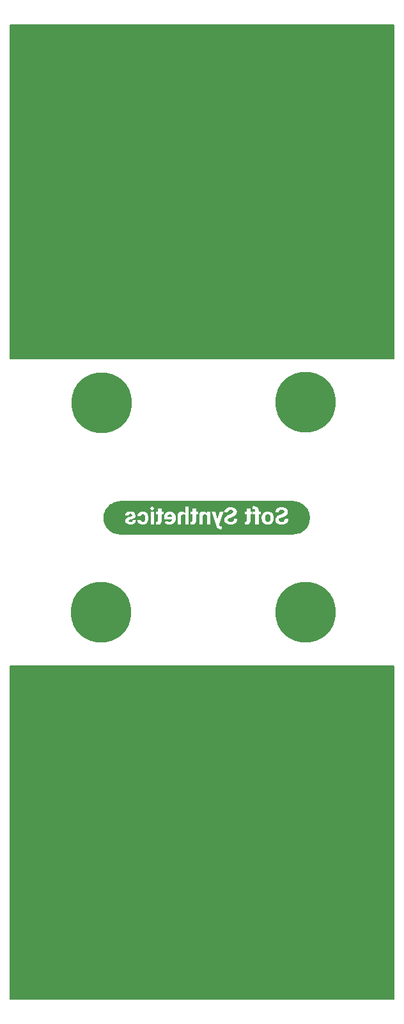
<source format=gbr>
%TF.GenerationSoftware,KiCad,Pcbnew,(6.0.8)*%
%TF.CreationDate,2023-04-30T16:13:03+01:00*%
%TF.ProjectId,Panel,50616e65-6c2e-46b6-9963-61645f706362,rev?*%
%TF.SameCoordinates,Original*%
%TF.FileFunction,Copper,L2,Bot*%
%TF.FilePolarity,Positive*%
%FSLAX46Y46*%
G04 Gerber Fmt 4.6, Leading zero omitted, Abs format (unit mm)*
G04 Created by KiCad (PCBNEW (6.0.8)) date 2023-04-30 16:13:03*
%MOMM*%
%LPD*%
G01*
G04 APERTURE LIST*
%TA.AperFunction,NonConductor*%
%ADD10C,0.150000*%
%TD*%
%TA.AperFunction,ComponentPad*%
%ADD11O,8.500000X5.000000*%
%TD*%
%TA.AperFunction,ComponentPad*%
%ADD12C,8.000000*%
%TD*%
%TA.AperFunction,ComponentPad*%
%ADD13C,7.000000*%
%TD*%
G04 APERTURE END LIST*
D10*
X161544000Y-159258000D02*
X110744000Y-159258000D01*
X110744000Y-159258000D02*
X110744000Y-115189000D01*
X110744000Y-115189000D02*
X161544000Y-115189000D01*
X161544000Y-115189000D02*
X161544000Y-159258000D01*
G36*
X161544000Y-159258000D02*
G01*
X110744000Y-159258000D01*
X110744000Y-115189000D01*
X161544000Y-115189000D01*
X161544000Y-159258000D01*
G37*
X161544000Y-74549000D02*
X110744000Y-74549000D01*
X110744000Y-74549000D02*
X110744000Y-30480000D01*
X110744000Y-30480000D02*
X161544000Y-30480000D01*
X161544000Y-30480000D02*
X161544000Y-74549000D01*
G36*
X161544000Y-74549000D02*
G01*
X110744000Y-74549000D01*
X110744000Y-30480000D01*
X161544000Y-30480000D01*
X161544000Y-74549000D01*
G37*
%TO.C,kibuzzard-644E6FAF*%
G36*
X144994003Y-95185485D02*
G01*
X145102523Y-95281409D01*
X145169961Y-95444383D01*
X145192440Y-95677509D01*
X145169961Y-95888155D01*
X145102523Y-96042603D01*
X144993227Y-96137364D01*
X144845174Y-96168952D01*
X144700222Y-96137752D01*
X144590926Y-96044153D01*
X144522326Y-95881954D01*
X144499459Y-95644953D01*
X144522326Y-95437213D01*
X144590926Y-95282184D01*
X144700997Y-95185678D01*
X144848275Y-95153510D01*
X144994003Y-95185485D01*
G37*
G36*
X125092566Y-97827473D02*
G01*
X124878315Y-97795692D01*
X124668212Y-97743063D01*
X124464278Y-97670095D01*
X124268479Y-97577489D01*
X124082700Y-97466137D01*
X123908730Y-97337112D01*
X123748244Y-97191656D01*
X123602788Y-97031170D01*
X123473762Y-96857199D01*
X123362410Y-96671420D01*
X123269804Y-96475621D01*
X123196836Y-96271687D01*
X123144208Y-96061584D01*
X123137598Y-96017023D01*
X125970358Y-96017023D01*
X126019579Y-96224568D01*
X126167245Y-96388318D01*
X126311250Y-96467125D01*
X126480748Y-96514409D01*
X126675741Y-96530170D01*
X126874760Y-96511373D01*
X127050137Y-96454981D01*
X127196058Y-96365839D01*
X127306710Y-96248792D01*
X127376473Y-96112560D01*
X127399728Y-95965863D01*
X126974947Y-95965863D01*
X126886581Y-96148798D01*
X126666439Y-96212360D01*
X126471877Y-96163526D01*
X126405990Y-96035626D01*
X126479095Y-95919354D01*
X127570260Y-95919354D01*
X127594289Y-96082717D01*
X127663277Y-96231739D01*
X127771604Y-96357700D01*
X127913650Y-96451880D01*
X128080888Y-96510597D01*
X128264791Y-96530170D01*
X128487689Y-96504762D01*
X128676825Y-96428540D01*
X128832198Y-96301502D01*
X128947609Y-96129678D01*
X129016855Y-95919096D01*
X129039938Y-95669757D01*
X129039938Y-95640302D01*
X129017028Y-95399317D01*
X128948298Y-95193128D01*
X128833749Y-95021735D01*
X128679236Y-94893405D01*
X128503698Y-94821747D01*
X129339144Y-94821747D01*
X129339144Y-96499164D01*
X129788729Y-96499164D01*
X129788729Y-96489862D01*
X130044527Y-96489862D01*
X130178240Y-96520093D01*
X130315829Y-96530170D01*
X130522599Y-96500424D01*
X130671621Y-96411185D01*
X130762894Y-96262454D01*
X130796420Y-96054230D01*
X130796420Y-95806183D01*
X131139034Y-95806183D01*
X132207186Y-95806183D01*
X132163584Y-95954236D01*
X132076186Y-96069733D01*
X131952357Y-96144147D01*
X131799459Y-96168952D01*
X131568853Y-96122055D01*
X131394833Y-95981366D01*
X131174691Y-96227863D01*
X131293288Y-96354793D01*
X131447543Y-96450330D01*
X131628927Y-96510210D01*
X131828915Y-96530170D01*
X132059650Y-96505021D01*
X132075195Y-96499164D01*
X132938924Y-96499164D01*
X133386959Y-96499164D01*
X133386959Y-95437213D01*
X133448971Y-95224048D01*
X133655160Y-95155060D01*
X133824917Y-95193042D01*
X133940414Y-95306989D01*
X133940414Y-96499164D01*
X134388448Y-96499164D01*
X134388448Y-96489862D01*
X134610140Y-96489862D01*
X134743853Y-96520093D01*
X134881442Y-96530170D01*
X135088212Y-96500424D01*
X135090316Y-96499164D01*
X135789913Y-96499164D01*
X136237948Y-96499164D01*
X136237948Y-95426361D01*
X136299960Y-95219397D01*
X136506149Y-95155060D01*
X136671642Y-95195368D01*
X136789852Y-95316291D01*
X136789852Y-96499164D01*
X137237887Y-96499164D01*
X137237887Y-94821747D01*
X137405318Y-94821747D01*
X138079696Y-96759613D01*
X138116903Y-96847980D01*
X138238859Y-97030570D01*
X138404224Y-97140124D01*
X138612997Y-97176642D01*
X138811434Y-97147187D01*
X138811434Y-96807672D01*
X138743221Y-96809223D01*
X138553310Y-96770465D01*
X138454867Y-96641791D01*
X138402157Y-96503815D01*
X138611729Y-95903852D01*
X139107540Y-95903852D01*
X139132173Y-96085150D01*
X139206070Y-96238370D01*
X139329232Y-96363513D01*
X139494080Y-96456100D01*
X139693034Y-96511653D01*
X139926095Y-96530170D01*
X140174917Y-96506334D01*
X140226878Y-96489862D01*
X141797298Y-96489862D01*
X141931011Y-96520093D01*
X142068600Y-96530170D01*
X142275370Y-96500424D01*
X142424392Y-96411185D01*
X142515665Y-96262454D01*
X142549191Y-96054230D01*
X142549191Y-95150409D01*
X142794137Y-95150409D01*
X142794137Y-94821747D01*
X142549191Y-94821747D01*
X142549191Y-94409369D01*
X142101156Y-94409369D01*
X142101156Y-94821747D01*
X141814352Y-94821747D01*
X141814352Y-95150409D01*
X142101156Y-95150409D01*
X142101156Y-95987567D01*
X142065499Y-96120893D01*
X141929073Y-96161200D01*
X141797298Y-96150348D01*
X141797298Y-96489862D01*
X140226878Y-96489862D01*
X140400485Y-96434827D01*
X140589039Y-96321849D01*
X140726821Y-96173603D01*
X140811118Y-95994544D01*
X140839217Y-95789130D01*
X140372579Y-95789130D01*
X140344674Y-95952589D01*
X140260958Y-96069345D01*
X140121432Y-96139399D01*
X139926095Y-96162750D01*
X139778429Y-96145891D01*
X139667196Y-96095313D01*
X139574178Y-95906952D01*
X139667196Y-95704639D01*
X139797421Y-95632163D01*
X140002059Y-95555811D01*
X140218713Y-95478102D01*
X140384982Y-95401557D01*
X140598577Y-95247044D01*
X140726735Y-95060492D01*
X140769454Y-94841901D01*
X140743681Y-94668849D01*
X140666360Y-94515564D01*
X140540786Y-94387859D01*
X140370254Y-94291547D01*
X140165421Y-94231085D01*
X139936947Y-94210932D01*
X139708279Y-94232830D01*
X139505965Y-94298523D01*
X139337952Y-94404137D01*
X139212185Y-94545795D01*
X139133701Y-94716327D01*
X139107540Y-94908563D01*
X139572628Y-94908563D01*
X139597045Y-94770781D01*
X139670297Y-94667493D01*
X139787731Y-94602962D01*
X139944698Y-94581452D01*
X140096240Y-94599474D01*
X140209798Y-94653540D01*
X140304366Y-94843451D01*
X140193520Y-95027936D01*
X140056513Y-95100025D01*
X139867184Y-95167462D01*
X139626544Y-95253418D01*
X139433791Y-95352120D01*
X139288924Y-95463568D01*
X139152886Y-95662006D01*
X139107540Y-95903852D01*
X138611729Y-95903852D01*
X138989718Y-94821747D01*
X138507577Y-94821747D01*
X138195968Y-95865094D01*
X137885909Y-94821747D01*
X137405318Y-94821747D01*
X137237887Y-94821747D01*
X136816207Y-94821747D01*
X136802255Y-95015534D01*
X136668757Y-94890649D01*
X136508043Y-94815718D01*
X136320113Y-94790741D01*
X136087569Y-94829886D01*
X135923238Y-94947321D01*
X135824795Y-95142658D01*
X135789913Y-95415509D01*
X135789913Y-96499164D01*
X135090316Y-96499164D01*
X135237234Y-96411185D01*
X135328507Y-96262454D01*
X135362032Y-96054230D01*
X135362032Y-95150409D01*
X135606979Y-95150409D01*
X135606979Y-94821747D01*
X135362032Y-94821747D01*
X135362032Y-94409369D01*
X134913998Y-94409369D01*
X134913998Y-94821747D01*
X134627193Y-94821747D01*
X134627193Y-95150409D01*
X134913998Y-95150409D01*
X134913998Y-95987567D01*
X134878341Y-96120893D01*
X134741915Y-96161200D01*
X134610140Y-96150348D01*
X134610140Y-96489862D01*
X134388448Y-96489862D01*
X134388448Y-94117914D01*
X133940414Y-94117914D01*
X133940414Y-95004682D01*
X133811395Y-94885826D01*
X133662050Y-94814512D01*
X133492379Y-94790741D01*
X133295616Y-94816104D01*
X133141889Y-94892192D01*
X133031198Y-95019006D01*
X132963543Y-95196546D01*
X132938924Y-95424811D01*
X132938924Y-96499164D01*
X132075195Y-96499164D01*
X132259896Y-96429573D01*
X132429653Y-96303827D01*
X132558414Y-96136223D01*
X132635670Y-95935202D01*
X132661422Y-95700763D01*
X132661422Y-95657355D01*
X132637005Y-95418029D01*
X132563754Y-95205445D01*
X132445737Y-95029099D01*
X132287026Y-94898487D01*
X132095371Y-94817678D01*
X131878524Y-94790741D01*
X131665359Y-94814857D01*
X131484750Y-94887204D01*
X131336697Y-95007782D01*
X131226884Y-95172630D01*
X131160997Y-95377785D01*
X131139034Y-95623249D01*
X131139034Y-95806183D01*
X130796420Y-95806183D01*
X130796420Y-95150409D01*
X131041366Y-95150409D01*
X131041366Y-94821747D01*
X130796420Y-94821747D01*
X130796420Y-94409369D01*
X130348385Y-94409369D01*
X130348385Y-94821747D01*
X130061581Y-94821747D01*
X130061581Y-95150409D01*
X130348385Y-95150409D01*
X130348385Y-95987567D01*
X130312728Y-96120893D01*
X130176302Y-96161200D01*
X130044527Y-96150348D01*
X130044527Y-96489862D01*
X129788729Y-96489862D01*
X129788729Y-94821747D01*
X129339144Y-94821747D01*
X128503698Y-94821747D01*
X128490617Y-94816407D01*
X128267892Y-94790741D01*
X128071952Y-94810637D01*
X127903745Y-94870323D01*
X127763271Y-94969800D01*
X127657421Y-95102350D01*
X127593084Y-95261255D01*
X127570260Y-95446515D01*
X127990389Y-95446515D01*
X128071005Y-95234900D01*
X128275643Y-95153510D01*
X128413038Y-95181996D01*
X128512063Y-95267456D01*
X128571943Y-95416866D01*
X128591903Y-95637201D01*
X128591903Y-95683710D01*
X128572137Y-95906177D01*
X128512838Y-96055780D01*
X128413232Y-96140659D01*
X128272543Y-96168952D01*
X128071005Y-96100739D01*
X127990389Y-95919354D01*
X127570260Y-95919354D01*
X126479095Y-95919354D01*
X126487380Y-95906177D01*
X126593382Y-95861412D01*
X126748605Y-95821686D01*
X127010410Y-95742815D01*
X127197414Y-95631775D01*
X127309617Y-95488567D01*
X127347018Y-95313190D01*
X127300703Y-95108357D01*
X127161758Y-94940344D01*
X127025590Y-94857232D01*
X126864101Y-94807364D01*
X126677291Y-94790741D01*
X126478595Y-94807450D01*
X126308321Y-94857576D01*
X126166470Y-94941120D01*
X126022874Y-95113977D01*
X125975008Y-95331793D01*
X126423043Y-95331793D01*
X126485055Y-95172888D01*
X126678841Y-95110102D01*
X126854025Y-95161261D01*
X126916036Y-95291486D01*
X126845498Y-95411634D01*
X126607528Y-95490698D01*
X126453274Y-95526161D01*
X126325375Y-95565888D01*
X126128143Y-95673891D01*
X126009804Y-95824270D01*
X125970358Y-96017023D01*
X123137598Y-96017023D01*
X123112427Y-95847334D01*
X123101799Y-95631000D01*
X123112427Y-95414666D01*
X123144208Y-95200416D01*
X123196836Y-94990313D01*
X123269804Y-94786379D01*
X123362410Y-94590580D01*
X123473762Y-94404801D01*
X123486471Y-94387665D01*
X129312789Y-94387665D01*
X129381777Y-94555097D01*
X129563937Y-94620209D01*
X129746096Y-94555097D01*
X129815084Y-94387665D01*
X129747646Y-94221784D01*
X129563937Y-94156671D01*
X129381002Y-94221784D01*
X129312789Y-94387665D01*
X123486471Y-94387665D01*
X123602788Y-94230830D01*
X123706534Y-94116364D01*
X142809640Y-94116364D01*
X142814291Y-94463629D01*
X142950716Y-94449677D01*
X143140240Y-94508975D01*
X143203414Y-94686872D01*
X143203414Y-94821747D01*
X142870101Y-94821747D01*
X142870101Y-95150409D01*
X143203414Y-95150409D01*
X143203414Y-96499164D01*
X143652999Y-96499164D01*
X143652999Y-95677509D01*
X144051424Y-95677509D01*
X144075368Y-95917890D01*
X144147198Y-96124338D01*
X144266915Y-96296851D01*
X144426940Y-96426473D01*
X144619693Y-96504246D01*
X144845174Y-96530170D01*
X145070742Y-96504332D01*
X145263754Y-96426817D01*
X145424209Y-96297626D01*
X145544357Y-96123993D01*
X145616445Y-95913153D01*
X145617346Y-95903852D01*
X145855965Y-95903852D01*
X145880598Y-96085150D01*
X145954495Y-96238370D01*
X146077657Y-96363513D01*
X146242505Y-96456100D01*
X146441459Y-96511653D01*
X146674520Y-96530170D01*
X146923342Y-96506334D01*
X147148910Y-96434827D01*
X147337464Y-96321849D01*
X147475246Y-96173603D01*
X147559544Y-95994544D01*
X147587643Y-95789130D01*
X147121005Y-95789130D01*
X147093099Y-95952589D01*
X147009383Y-96069345D01*
X146869857Y-96139399D01*
X146674520Y-96162750D01*
X146526855Y-96145891D01*
X146415621Y-96095313D01*
X146322604Y-95906952D01*
X146415621Y-95704639D01*
X146545846Y-95632163D01*
X146750485Y-95555811D01*
X146967138Y-95478102D01*
X147133407Y-95401557D01*
X147347003Y-95247044D01*
X147475160Y-95060492D01*
X147517880Y-94841901D01*
X147492106Y-94668849D01*
X147414785Y-94515564D01*
X147289211Y-94387859D01*
X147118679Y-94291547D01*
X146913847Y-94231085D01*
X146685372Y-94210932D01*
X146456704Y-94232830D01*
X146254391Y-94298523D01*
X146086378Y-94404137D01*
X145960610Y-94545795D01*
X145882127Y-94716327D01*
X145855965Y-94908563D01*
X146321053Y-94908563D01*
X146345470Y-94770781D01*
X146418722Y-94667493D01*
X146536157Y-94602962D01*
X146693124Y-94581452D01*
X146844665Y-94599474D01*
X146958224Y-94653540D01*
X147052792Y-94843451D01*
X146941946Y-95027936D01*
X146804939Y-95100025D01*
X146615609Y-95167462D01*
X146374969Y-95253418D01*
X146182216Y-95352120D01*
X146037350Y-95463568D01*
X145901312Y-95662006D01*
X145855965Y-95903852D01*
X145617346Y-95903852D01*
X145640475Y-95665106D01*
X145640475Y-95644953D01*
X145616445Y-95408921D01*
X145544357Y-95200019D01*
X145427116Y-95026773D01*
X145267629Y-94897711D01*
X145072486Y-94817484D01*
X144848275Y-94790741D01*
X144635799Y-94813823D01*
X144451056Y-94883070D01*
X144294045Y-94998480D01*
X144172003Y-95153510D01*
X144092163Y-95341612D01*
X144054525Y-95562787D01*
X144051424Y-95677509D01*
X143652999Y-95677509D01*
X143652999Y-95150409D01*
X143902596Y-95150409D01*
X143902596Y-94821747D01*
X143652999Y-94821747D01*
X143652999Y-94679120D01*
X143612498Y-94428554D01*
X143490994Y-94241162D01*
X143296626Y-94124309D01*
X143037533Y-94085358D01*
X142809640Y-94116364D01*
X123706534Y-94116364D01*
X123748244Y-94070344D01*
X123908730Y-93924888D01*
X124082700Y-93795863D01*
X124268479Y-93684511D01*
X124464278Y-93591905D01*
X124668212Y-93518937D01*
X124878315Y-93466308D01*
X125092566Y-93434527D01*
X125308899Y-93423900D01*
X148249101Y-93423900D01*
X148465435Y-93434527D01*
X148679685Y-93466308D01*
X148889788Y-93518937D01*
X149093722Y-93591905D01*
X149289521Y-93684511D01*
X149475300Y-93795863D01*
X149649271Y-93924888D01*
X149809757Y-94070344D01*
X149955213Y-94230830D01*
X150084238Y-94404801D01*
X150195590Y-94590580D01*
X150288196Y-94786379D01*
X150361164Y-94990313D01*
X150413792Y-95200416D01*
X150445573Y-95414666D01*
X150456201Y-95631000D01*
X150445573Y-95847334D01*
X150413792Y-96061584D01*
X150361164Y-96271687D01*
X150288196Y-96475621D01*
X150195590Y-96671420D01*
X150084238Y-96857199D01*
X149955213Y-97031170D01*
X149809757Y-97191656D01*
X149649271Y-97337112D01*
X149475300Y-97466137D01*
X149289521Y-97577489D01*
X149093722Y-97670095D01*
X148889788Y-97743063D01*
X148679685Y-97795692D01*
X148465435Y-97827473D01*
X148249101Y-97838100D01*
X125308899Y-97838100D01*
X125092566Y-97827473D01*
G37*
G36*
X132096340Y-95243427D02*
G01*
X132164359Y-95352722D01*
X132202535Y-95500775D01*
X131579318Y-95500775D01*
X131579318Y-95465119D01*
X131659933Y-95234900D01*
X131880074Y-95153510D01*
X132096340Y-95243427D01*
G37*
%TD*%
D11*
%TO.P,REF\u002A\u002A,1*%
%TO.N,N/C*%
X118157000Y-33353000D03*
%TD*%
D12*
%TO.P,,1*%
%TO.N,N/C*%
X122885200Y-80390471D03*
%TD*%
D13*
%TO.P,REF\u002A\u002A,1*%
%TO.N,N/C*%
X155829000Y-137668000D03*
%TD*%
D12*
%TO.P,REF\u002A\u002A,1*%
%TO.N,N/C*%
X149860000Y-108077000D03*
%TD*%
D13*
%TO.P,REF\u002A\u002A,1*%
%TO.N,N/C*%
X116332000Y-137668000D03*
%TD*%
D11*
%TO.P,REF\u002A\u002A,1*%
%TO.N,N/C*%
X153877000Y-155853000D03*
%TD*%
%TO.P,REF\u002A\u002A,1*%
%TO.N,N/C*%
X153877000Y-33353000D03*
%TD*%
D12*
%TO.P,REF\u002A\u002A,1*%
%TO.N,N/C*%
X149860000Y-80340200D03*
%TD*%
D13*
%TO.P,REF\u002A\u002A,1*%
%TO.N,N/C*%
X135890000Y-137668000D03*
%TD*%
D12*
%TO.P,,1*%
%TO.N,N/C*%
X122809000Y-108077000D03*
%TD*%
D11*
%TO.P,REF\u002A\u002A,1*%
%TO.N,N/C*%
X118157000Y-155853000D03*
%TD*%
D12*
%TO.P,REF\u002A\u002A,1*%
%TO.N,N/C*%
X151256800Y-56808200D03*
%TD*%
D13*
%TO.P,REF\u002A\u002A,1*%
%TO.N,N/C*%
X145796000Y-137668000D03*
%TD*%
%TO.P,,1*%
%TO.N,N/C*%
X125857000Y-137668000D03*
%TD*%
M02*

</source>
